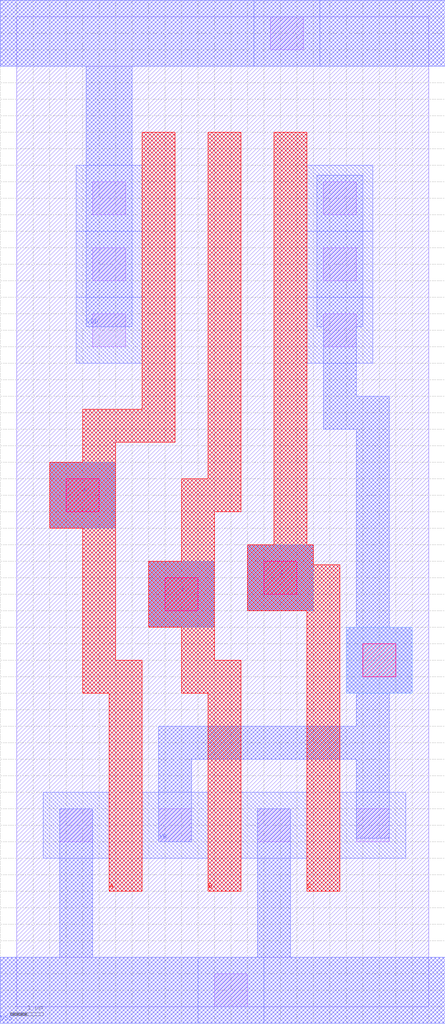
<source format=lef>
VERSION 5.3 ;

NAMESCASESENSITIVE ON ;

UNITS
  DATABASE MICRONS 1000 ;
END UNITS











MACRO nr31LEF
  CLASS BLOCK ;
  PIN A
    DIRECTION INPUT ;
    PORT
      LAYER POL ;
        POLYGON 1.000 16.500  1.000 14.500  2.000 14.500  2.000 9.500  2.800 
        9.500  2.800 3.500  3.800 3.500  3.800 10.500  3.000 10.500  3.000 
        17.100  4.800 17.100  4.800 26.500  3.800 26.500  3.800 18.100  2.000 
        18.100  2.000 16.500  1.000 16.500  ;
    END
    PORT
      LAYER ML1 ;
        RECT 1.000 14.500  3.000 16.500  ;
    END
  END A
  PIN B
    DIRECTION INPUT ;
    PORT
      LAYER POL ;
        POLYGON 4.000 13.500  4.000 11.500  5.000 11.500  5.000 9.500  5.800 
        9.500  5.800 3.500  6.800 3.500  6.800 10.500  6.000 10.500  6.000 
        15.000  6.800 15.000  6.800 26.500  5.800 26.500  5.800 16.000  5.000 
        16.000  5.000 13.500  4.000 13.500  ;
    END
    PORT
      LAYER ML1 ;
        RECT 4.000 11.500  6.000 13.500  ;
    END
  END B
  PIN C
    DIRECTION INPUT ;
    PORT
      LAYER POL ;
        POLYGON 7.000 14.000  7.000 12.000  8.800 12.000  8.800 3.500  9.800 
        3.500  9.800 13.400  9.000 13.400  9.000 14.000  8.800 14.000  8.800 
        26.500  7.800 26.500  7.800 14.000  7.000 14.000  ;
    END
    PORT
      LAYER ML1 ;
        POLYGON 7.000 12.000  7.000 14.000  9.000 14.000  9.000 12.000  7.000 
        12.000  ;
    END
  END C
  PIN VDD
    DIRECTION INOUT ;
    PORT
      LAYER ML1 ;
        POLYGON -0.500 30.500  -0.500 28.500  2.100 28.500  2.100 20.600  
        3.500 20.600  3.500 28.500  13.000 28.500  13.000 30.500  -0.500 
        30.500  ;
    END
  END VDD
  PIN VSS
    DIRECTION INOUT ;
    PORT
      LAYER ML1 ;
        POLYGON -0.500 1.500  -0.500 -0.500  13.000 -0.500  13.000 1.500  
        8.300 1.500  8.300 6.000  7.300 6.000  7.300 1.500  2.300 1.500  2.300 
        6.000  1.300 6.000  1.300 1.500  -0.500 1.500  ;
    END
  END VSS
  PIN YB
    DIRECTION OUTPUT ;
    PORT
      LAYER ML1 ;
        POLYGON 4.300 8.500  4.300 5.000  5.300 5.000  5.300 7.500  10.300 
        7.500  10.300 5.100  11.300 5.100  11.300 9.500  12.000 9.500  12.000 
        11.500  11.300 11.500  11.300 18.500  10.300 18.500  10.300 20.600  
        10.500 20.600  10.500 25.200  9.100 25.200  9.100 20.600  9.300 20.600 
         9.300 17.500  10.300 17.500  10.300 11.500  10.000 11.500  10.000 
        9.500  10.300 9.500  10.300 8.500  4.300 8.500  ;
    END
  END YB
  OBS
    LAYER CNT ;
      POLYGON 4.300 5.000  4.300 6.000  5.300 6.000  5.300 5.000  4.300 5.000  ;
      
      POLYGON 7.300 5.000  7.300 6.000  8.300 6.000  8.300 5.000  7.300 5.000  ;
      
      POLYGON 10.300 5.000  10.300 6.000  11.300 6.000  11.300 5.000  10.300 
      5.000  ;
      POLYGON 9.300 20.000  9.300 21.000  10.300 21.000  10.300 20.000  9.300 
      20.000  ;
      POLYGON 9.300 22.000  9.300 23.000  10.300 23.000  10.300 22.000  9.300 
      22.000  ;
      POLYGON 9.300 24.000  9.300 25.000  10.300 25.000  10.300 24.000  9.300 
      24.000  ;
      POLYGON 4.500 12.000  4.500 13.000  5.500 13.000  5.500 12.000  4.500 
      12.000  ;
      POLYGON 7.700 29.000  7.700 30.000  8.700 30.000  8.700 29.000  7.700 
      29.000  ;
      POLYGON 7.500 12.500  7.500 13.500  8.500 13.500  8.500 12.500  7.500 
      12.500  ;
      POLYGON 1.500 15.000  1.500 16.000  2.500 16.000  2.500 15.000  1.500 
      15.000  ;
      POLYGON 6.000 0.000  6.000 1.000  7.000 1.000  7.000 0.000  6.000 0.000  ;
      
      POLYGON 2.300 24.000  2.300 25.000  3.300 25.000  3.300 24.000  2.300 
      24.000  ;
      POLYGON 2.300 20.000  2.300 21.000  3.300 21.000  3.300 20.000  2.300 
      20.000  ;
      POLYGON 2.300 22.000  2.300 23.000  3.300 23.000  3.300 22.000  2.300 
      22.000  ;
      POLYGON 1.300 5.000  1.300 6.000  2.300 6.000  2.300 5.000  1.300 5.000  ;
      
    LAYER FRAME ;
      POLYGON -0.500 1.500  -0.500 -0.500  13.000 -0.500  13.000 1.500  -0.500 
      1.500  ;
      POLYGON 0.000 0.000  12.500 0.000  12.500 30.000  0.000 30.000  0.000 
      0.000  ;
      RECT -0.500 28.500  13.000 30.500  ;
    LAYER ML1 ;
      POLYGON 7.000 12.000  7.000 14.000  9.000 14.000  9.000 12.000  7.000 
      12.000  ;
      POLYGON 1.000 14.500  1.000 16.500  3.000 16.500  3.000 14.500  1.000 
      14.500  ;
      RECT 5.500 -0.500  7.500 1.500  ;
      POLYGON 4.000 11.500  4.000 13.500  6.000 13.500  6.000 11.500  4.000 
      11.500  ;
      RECT 1.000 14.500  3.000 16.500  ;
      RECT 7.000 12.000  9.000 14.000  ;
      RECT 7.200 28.500  9.200 30.500  ;
      RECT 4.000 11.500  6.000 13.500  ;
      RECT 8.800 23.500  10.800 25.500  ;
      RECT 8.800 21.500  10.800 23.500  ;
      RECT 8.800 19.500  10.800 21.500  ;
      RECT 9.800 4.500  11.800 6.500  ;
      RECT 6.800 4.500  8.800 6.500  ;
      RECT 3.800 4.500  5.800 6.500  ;
      RECT 1.800 23.500  3.800 25.500  ;
      RECT 1.800 19.500  3.800 21.500  ;
      RECT 1.800 21.500  3.800 23.500  ;
      RECT 0.800 4.500  2.800 6.500  ;
      POLYGON -0.500 30.500  -0.500 28.500  2.100 28.500  2.100 20.600  3.500 
      20.600  3.500 28.500  13.000 28.500  13.000 30.500  -0.500 30.500  ;
      POLYGON -0.500 1.500  -0.500 -0.500  13.000 -0.500  13.000 1.500  8.300 
      1.500  8.300 6.000  7.300 6.000  7.300 1.500  2.300 1.500  2.300 6.000  
      1.300 6.000  1.300 1.500  -0.500 1.500  ;
      POLYGON 4.300 8.500  4.300 5.000  5.300 5.000  5.300 7.500  10.300 7.500 
       10.300 5.100  11.300 5.100  11.300 9.500  12.000 9.500  12.000 11.500  
      11.300 11.500  11.300 18.500  10.300 18.500  10.300 20.600  10.500 
      20.600  10.500 25.200  9.100 25.200  9.100 20.600  9.300 20.600  9.300 
      17.500  10.300 17.500  10.300 11.500  10.000 11.500  10.000 9.500  
      10.300 9.500  10.300 8.500  4.300 8.500  ;
    LAYER ML2 ;
      POLYGON 4.000 11.500  4.000 13.500  6.000 13.500  6.000 11.500  4.000 
      11.500  ;
      POLYGON 7.000 12.000  7.000 14.000  9.000 14.000  9.000 12.000  7.000 
      12.000  ;
      POLYGON 10.000 9.500  10.000 11.500  12.000 11.500  12.000 9.500  10.000 
      9.500  ;
      POLYGON 1.000 14.500  1.000 16.500  3.000 16.500  3.000 14.500  1.000 
      14.500  ;
    LAYER POL ;
      POLYGON 7.000 14.000  7.000 12.000  8.800 12.000  8.800 3.500  9.800 
      3.500  9.800 13.400  9.000 13.400  9.000 14.000  8.800 14.000  8.800 
      26.500  7.800 26.500  7.800 14.000  7.000 14.000  ;
      POLYGON 4.000 13.500  4.000 11.500  5.000 11.500  5.000 9.500  5.800 
      9.500  5.800 3.500  6.800 3.500  6.800 10.500  6.000 10.500  6.000 
      15.000  6.800 15.000  6.800 26.500  5.800 26.500  5.800 16.000  5.000 
      16.000  5.000 13.500  4.000 13.500  ;
      POLYGON 1.000 16.500  1.000 14.500  2.000 14.500  2.000 9.500  2.800 
      9.500  2.800 3.500  3.800 3.500  3.800 10.500  3.000 10.500  3.000 
      17.100  4.800 17.100  4.800 26.500  3.800 26.500  3.800 18.100  2.000 
      18.100  2.000 16.500  1.000 16.500  ;
    LAYER VIA1 ;
      POLYGON 4.500 12.000  4.500 13.000  5.500 13.000  5.500 12.000  4.500 
      12.000  ;
      POLYGON 7.500 12.500  7.500 13.500  8.500 13.500  8.500 12.500  7.500 
      12.500  ;
      POLYGON 10.500 10.000  10.500 11.000  11.500 11.000  11.500 10.000  
      10.500 10.000  ;
      POLYGON 1.500 15.000  1.500 16.000  2.500 16.000  2.500 15.000  1.500 
      15.000  ;
  END
END nr31LEF


END LIBRARY

</source>
